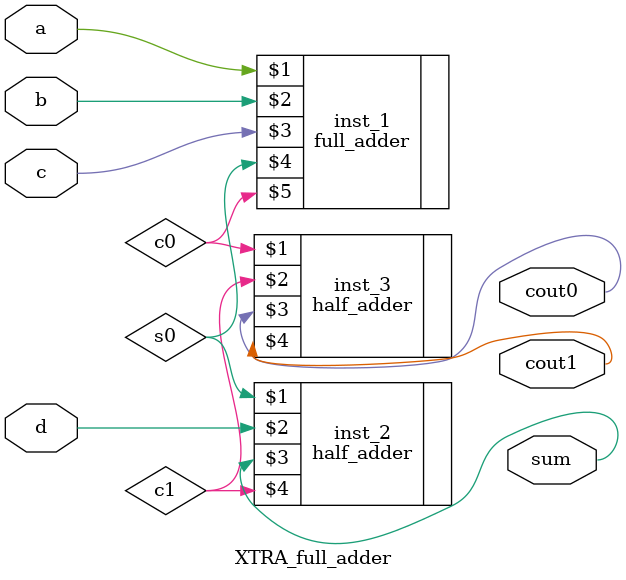
<source format=v>
module XTRA_full_adder (
     input a, b, c, d,
	 output sum, cout0, cout1
	 );
	 wire s0, c0, c1;
	 
	 full_adder inst_1 (a, b, c, s0, c0);
	 half_adder inst_2 (s0, d, sum, c1);
	 half_adder inst_3 (c0, c1, cout0, cout1);
	 
	endmodule
</source>
